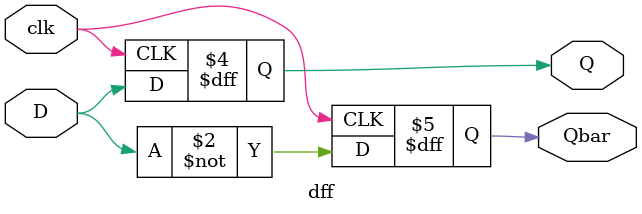
<source format=v>
module dff (
    input wire D, clk,
    output reg Q, Qbar  
);   
    initial begin
        Q <= 0;
        Qbar <= 1;
    end
    always @(posedge clk) begin
        Q <= D;
        Qbar <= ~D;
    end
endmodule
</source>
